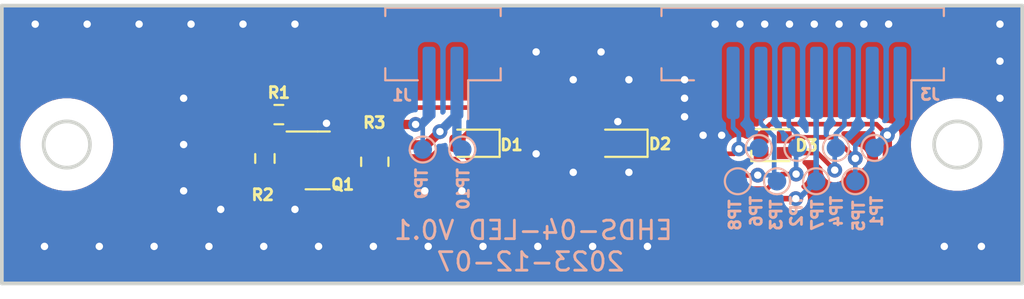
<source format=kicad_pcb>
(kicad_pcb (version 20221018) (generator pcbnew)
  (title_block (title "EHDS-04-LED ") (date "2023-12-23") (rev "V0.1") (company "奥瓦机器人") (comment 1 "55x15x1.6mm 白字绿油，无铅喷锡"))
  (layers (0 "F.Cu" signal) (31 "B.Cu" signal) (34 "B.Paste" user) (35 "F.Paste" user) (36 "B.SilkS" user "B.Silkscreen") (37 "F.SilkS" user "F.Silkscreen") (38 "B.Mask" user) (39 "F.Mask" user) (44 "Edge.Cuts" user))
  (net 0 "")
  (net 1 "+3V3")
  (net 2 "GND")
  (net 3 "/IR_OUT")
  (net 4 "/LED_RED")
  (net 5 "/LED_BLUE")
  (net 6 "/CHG_DONE_LED")
  (net 7 "/CHG_ON_LED")
  (net 8 "+24V")
  (net 9 "Net-(J1-Pin_1)")
  (net 10 "Net-(J1-Pin_2)")
  (net 11 "Net-(Q1-G)")
  (footprint "Resistor_SMD:R_0805_2012Metric" (layer "F.Cu") (at 150.303 83.4305 90)
    (fp_text reference "R3" (at 2.1125 -0.024 180) (layer "F.SilkS") (effects (font (size 0.6 0.6))))
    (fp_text value "200R/1%")
    (fp_line (start -0.227064 -0.735) (end 0.227064 -0.735) (stroke (width 0.12)) (layer "F.SilkS"))
    (fp_line (start -0.227064 0.735) (end 0.227064 0.735) (stroke (width 0.12)) (layer "F.SilkS"))
    (pad "1" smd roundrect (at -0.9125 0 90) (size 1.025 1.4) (layers "F.Cu" "F.Paste" "F.Mask") (roundrect_rratio 0.243902439) (net 8 "+24V"))
    (pad "2" smd roundrect (at 0.9125 0 90) (size 1.025 1.4) (layers "F.Cu" "F.Paste" "F.Mask") (roundrect_rratio 0.243902439) (net 9 "Net-(J1-Pin_1)"))
  )
  (footprint "Package_TO_SOT_SMD:SOT-23" (layer "F.Cu") (at 147.226 83.3565)
    (fp_text reference "Q1" (at 1.349 1.3025) (layer "F.SilkS") (effects (font (size 0.6 0.6))))
    (fp_text value "CJ2310")
    (fp_line (start 0 -1.56) (end -1.675 -1.56) (stroke (width 0.12)) (layer "F.SilkS"))
    (fp_line (start 0 -1.56) (end 0.65 -1.56) (stroke (width 0.12)) (layer "F.SilkS"))
    (fp_line (start 0 1.56) (end -0.65 1.56) (stroke (width 0.12)) (layer "F.SilkS"))
    (fp_line (start 0 1.56) (end 0.65 1.56) (stroke (width 0.12)) (layer "F.SilkS"))
    (pad "1" smd roundrect (at -0.9375 -0.95) (size 1.475 0.6) (layers "F.Cu" "F.Paste" "F.Mask") (net 11 "Net-(Q1-G)"))
    (pad "2" smd roundrect (at -0.9375 0.95) (size 1.475 0.6) (layers "F.Cu" "F.Paste" "F.Mask") (net 2 "GND"))
    (pad "3" smd roundrect (at 0.9375 0) (size 1.475 0.6) (layers "F.Cu" "F.Paste" "F.Mask") (net 10 "Net-(J1-Pin_2)"))
  )
  (footprint "Ovo_LED_SMD:LED_Dual_1.6x1.5mm" (layer "F.Cu") (at 171.75 82.535 180)
    (fp_text reference "D3" (at -1.825 -0.016 unlocked) (layer "F.SilkS") (effects (font (size 0.6 0.6))))
    (fp_text value "LED_Dual_KAK_YELLOW_GREEN")
    (fp_line (start -0.91 -0.86) (end 1.15 -0.86) (stroke (width 0.12)) (layer "F.SilkS"))
    (fp_line (start -0.91 0.86) (end 0.91 0.86) (stroke (width 0.12)) (layer "F.SilkS"))
    (fp_line (start 1.15 -0.86) (end 1.15 -0.3) (stroke (width 0.12)) (layer "F.SilkS"))
    (pad "1" smd rect (at -0.625 0.425 180) (size 0.8 0.65) (layers "F.Cu" "F.Paste" "F.Mask") (net 7 "/CHG_ON_LED"))
    (pad "2" smd rect (at 0.625 0.425 180) (size 0.8 0.65) (layers "F.Cu" "F.Paste" "F.Mask") (net 8 "+24V"))
    (pad "3" smd rect (at -0.625 -0.425 180) (size 0.8 0.65) (layers "F.Cu" "F.Paste" "F.Mask") (net 6 "/CHG_DONE_LED"))
    (pad "4" smd rect (at 0.625 -0.425 180) (size 0.8 0.65) (layers "F.Cu" "F.Paste" "F.Mask"))
  )
  (footprint "Resistor_SMD:R_0603_1608Metric" (layer "F.Cu") (at 144.381 83.2525 -90)
    (fp_text reference "R2" (at 1.9645 0.119 -180) (layer "F.SilkS") (effects (font (size 0.6 0.6))))
    (fp_text value "10K/1%")
    (fp_line (start -0.237258 -0.5225) (end 0.237258 -0.5225) (stroke (width 0.12)) (layer "F.SilkS"))
    (fp_line (start -0.237258 0.5225) (end 0.237258 0.5225) (stroke (width 0.12)) (layer "F.SilkS"))
    (pad "1" smd roundrect (at -0.825 0 270) (size 0.8 0.95) (layers "F.Cu" "F.Paste" "F.Mask") (net 11 "Net-(Q1-G)"))
    (pad "2" smd roundrect (at 0.825 0 270) (size 0.8 0.95) (layers "F.Cu" "F.Paste" "F.Mask") (net 2 "GND"))
  )
  (footprint "LED_SMD:LED_0603_1608Metric" (layer "F.Cu") (at 163.521 82.43 180)
    (fp_text reference "D2" (at -2.156 -0.04) (layer "F.SilkS") (effects (font (size 0.6 0.6))))
    (fp_text value "RED")
    (fp_line (start -1.485 -0.735) (end -1.485 0.735) (stroke (width 0.12)) (layer "F.SilkS"))
    (fp_line (start -1.485 0.735) (end 0.8 0.735) (stroke (width 0.12)) (layer "F.SilkS"))
    (fp_line (start 0.8 -0.735) (end -1.485 -0.735) (stroke (width 0.12)) (layer "F.SilkS"))
    (pad "1" smd roundrect (at -0.7875 0 180) (size 0.875 0.95) (layers "F.Cu" "F.Paste" "F.Mask") (net 4 "/LED_RED"))
    (pad "2" smd roundrect (at 0.7875 0 180) (size 0.875 0.95) (layers "F.Cu" "F.Paste" "F.Mask") (net 1 "+3V3"))
  )
  (footprint "LED_SMD:LED_0603_1608Metric" (layer "F.Cu") (at 155.549 82.43 180)
    (fp_text reference "D1" (at -2.123 -0.094) (layer "F.SilkS") (effects (font (size 0.6 0.6))))
    (fp_text value "BLUE")
    (fp_line (start -1.485 -0.735) (end -1.485 0.735) (stroke (width 0.12)) (layer "F.SilkS"))
    (fp_line (start -1.485 0.735) (end 0.8 0.735) (stroke (width 0.12)) (layer "F.SilkS"))
    (fp_line (start 0.8 -0.735) (end -1.485 -0.735) (stroke (width 0.12)) (layer "F.SilkS"))
    (pad "1" smd roundrect (at -0.7875 0 180) (size 0.875 0.95) (layers "F.Cu" "F.Paste" "F.Mask") (net 5 "/LED_BLUE"))
    (pad "2" smd roundrect (at 0.7875 0 180) (size 0.875 0.95) (layers "F.Cu" "F.Paste" "F.Mask") (net 1 "+3V3"))
  )
  (footprint "Resistor_SMD:R_0603_1608Metric" (layer "F.Cu") (at 145.132 80.8835 180)
    (fp_text reference "R1" (at 0.001 1.1825) (layer "F.SilkS") (effects (font (size 0.6 0.6))))
    (fp_text value "1K")
    (fp_line (start -0.237258 -0.5225) (end 0.237258 -0.5225) (stroke (width 0.12)) (layer "F.SilkS"))
    (fp_line (start -0.237258 0.5225) (end 0.237258 0.5225) (stroke (width 0.12)) (layer "F.SilkS"))
    (pad "1" smd roundrect (at -0.825 0 180) (size 0.8 0.95) (layers "F.Cu" "F.Paste" "F.Mask") (net 3 "/IR_OUT"))
    (pad "2" smd roundrect (at 0.825 0 180) (size 0.8 0.95) (layers "F.Cu" "F.Paste" "F.Mask") (net 11 "Net-(Q1-G)"))
  )
  (footprint "Ovo_Connector_JST:JST_ZH_B2B-ZR-SM4-TF_1x02-1MP_P1.50mm_Vertical" (layer "B.Cu") (at 153.979 78.471 180)
    (fp_text reference "J1" (at 2.21 -1.367) (layer "B.SilkS") (effects (font (size 0.6 0.6)) (justify mirror)))
    (fp_text value "ZH1.5MM/2ASMT")
    (fp_line (start -3.11 -0.56) (end -1.36 -0.56) (stroke (width 0.12)) (layer "B.SilkS"))
    (fp_line (start -3.11 0.09) (end -3.11 -0.56) (stroke (width 0.12)) (layer "B.SilkS"))
    (fp_line (start -3.11 2.91) (end -3.11 3.36) (stroke (width 0.12)) (layer "B.SilkS"))
    (fp_line (start -3.11 3.36) (end 3.11 3.36) (stroke (width 0.12)) (layer "B.SilkS"))
    (fp_line (start -1.36 -0.56) (end -1.36 -2.65) (stroke (width 0.12)) (layer "B.SilkS"))
    (fp_line (start 3.11 -0.56) (end 1.36 -0.56) (stroke (width 0.12)) (layer "B.SilkS"))
    (fp_line (start 3.11 0.09) (end 3.11 -0.56) (stroke (width 0.12)) (layer "B.SilkS"))
    (fp_line (start 3.11 3.36) (end 3.11 2.91) (stroke (width 0.12)) (layer "B.SilkS"))
    (pad "1" smd roundrect (at -0.75 -0.7 180) (size 0.7 3.9) (layers "B.Cu" "B.Paste" "B.Mask") (net 9 "Net-(J1-Pin_1)"))
    (pad "2" smd roundrect (at 0.75 -0.7 180) (size 0.7 3.9) (layers "B.Cu" "B.Paste" "B.Mask") (net 10 "Net-(J1-Pin_2)"))
    (pad "MP" smd roundrect (at -2.8 1.5 180) (size 1.5 2.3) (layers "B.Cu" "B.Paste" "B.Mask") (roundrect_rratio 0.1666673333) (net 2 "GND"))
    (pad "MP" smd roundrect (at 2.8 1.5 180) (size 1.5 2.3) (layers "B.Cu" "B.Paste" "B.Mask") (roundrect_rratio 0.1666673333) (net 2 "GND"))
  )
  (footprint "TestPoint:TestPoint_Pad_D1.0mm" (layer "B.Cu") (at 155.018 82.768 180)
    (fp_text reference "TP10" (at -0.057 -2.131715 90) (layer "B.SilkS") (effects (font (size 0.6 0.6)) (justify mirror)))
    (fp_text value "V24")
    (fp_circle (center 0 0) (end 0 -0.7) (stroke (width 0.12)) (fill none) (layer "B.SilkS"))
    (pad "1" smd circle (at 0 0 180) (size 1 1) (layers "B.Cu" "B.Mask") (net 9 "Net-(J1-Pin_1)"))
  )
  (footprint "TestPoint:TestPoint_Pad_D1.0mm" (layer "B.Cu") (at 171.982334 84.481 180)
    (fp_text reference "TP3" (at 0.036668 -1.826 90) (layer "B.SilkS") (effects (font (size 0.6 0.6)) (justify mirror)))
    (fp_text value "LED_RED")
    (fp_circle (center 0 0) (end 0 -0.7) (stroke (width 0.12)) (fill none) (layer "B.SilkS"))
    (pad "1" smd circle (at 0 0 180) (size 1 1) (layers "B.Cu" "B.Mask") (net 4 "/LED_RED"))
  )
  (footprint "TestPoint:TestPoint_Pad_D1.0mm" (layer "B.Cu") (at 177.237 82.684 180)
    (fp_text reference "TP1" (at -0.124 -3.425 90) (layer "B.SilkS") (effects (font (size 0.6 0.6)) (justify mirror)))
    (fp_text value "+24V")
    (fp_circle (center 0 0) (end 0 -0.7) (stroke (width 0.12)) (fill none) (layer "B.SilkS"))
    (pad "1" smd circle (at 0 0 180) (size 1 1) (layers "B.Cu" "B.Mask") (net 8 "+24V"))
  )
  (footprint "TestPoint:TestPoint_Pad_D1.0mm" (layer "B.Cu") (at 173.081666 82.684 180)
    (fp_text reference "TP2" (at 0.051333 -3.425 90) (layer "B.SilkS") (effects (font (size 0.6 0.6)) (justify mirror)))
    (fp_text value "LED_BLUE")
    (fp_circle (center 0 0) (end 0 -0.7) (stroke (width 0.12)) (fill none) (layer "B.SilkS"))
    (pad "1" smd circle (at 0 0 180) (size 1 1) (layers "B.Cu" "B.Mask") (net 5 "/LED_BLUE"))
  )
  (footprint "TestPoint:TestPoint_Pad_D1.0mm" (layer "B.Cu") (at 152.888 82.768 180)
    (fp_text reference "TP9" (at 0.059 -1.846 90) (layer "B.SilkS") (effects (font (size 0.6 0.6)) (justify mirror)))
    (fp_text value "LEDV24")
    (fp_circle (center 0 0) (end 0 -0.7) (stroke (width 0.12)) (fill none) (layer "B.SilkS"))
    (pad "1" smd circle (at 0 0 180) (size 1 1) (layers "B.Cu" "B.Mask") (net 10 "Net-(J1-Pin_2)"))
  )
  (footprint "TestPoint:TestPoint_Pad_D1.0mm" (layer "B.Cu") (at 176.203 84.481 180)
    (fp_text reference "TP5" (at -0.185998 -1.8772 90) (layer "B.SilkS") (effects (font (size 0.6 0.6)) (justify mirror)))
    (fp_text value "CHG_ON_LED")
    (fp_circle (center 0 0) (end 0 -0.7) (stroke (width 0.12)) (fill none) (layer "B.SilkS"))
    (pad "1" smd circle (at 0 0 180) (size 1 1) (layers "B.Cu" "B.Mask") (net 7 "/CHG_ON_LED"))
  )
  (footprint "TestPoint:TestPoint_Pad_D1.0mm" (layer "B.Cu") (at 171.004 82.684 180)
    (fp_text reference "TP6" (at 0.139 -3.425 90) (layer "B.SilkS") (effects (font (size 0.6 0.6)) (justify mirror)))
    (fp_text value "IR_OUT")
    (fp_circle (center 0 0) (end 0 -0.7) (stroke (width 0.12)) (fill none) (layer "B.SilkS"))
    (pad "1" smd circle (at 0 0 180) (size 1 1) (layers "B.Cu" "B.Mask") (net 3 "/IR_OUT"))
  )
  (footprint "TestPoint:TestPoint_Pad_D1.0mm" (layer "B.Cu") (at 169.872002 84.481 180)
    (fp_text reference "TP8" (at 0.148002 -1.826 90) (layer "B.SilkS") (effects (font (size 0.6 0.6)) (justify mirror)))
    (fp_text value "GND")
    (fp_circle (center 0 0) (end 0 -0.7) (stroke (width 0.12)) (fill none) (layer "B.SilkS"))
    (pad "1" smd circle (at 0 0 180) (size 1 1) (layers "B.Cu" "B.Mask") (net 2 "GND"))
  )
  (footprint "Ovo_Connector_JST:JST_ZH_B8B-ZR-SM4-TF_1x08-1MP_P1.50mm_Vertical" (layer "B.Cu") (at 173.366 78.471 180)
    (fp_text reference "J3" (at -6.867 -1.327) (layer "B.SilkS") (effects (font (size 0.6 0.6)) (justify mirror)))
    (fp_text value "ZH1.5MM/8ASMT")
    (fp_line (start -7.61 -0.56) (end -5.86 -0.56) (stroke (width 0.12)) (layer "B.SilkS"))
    (fp_line (start -7.61 0.09) (end -7.61 -0.56) (stroke (width 0.12)) (layer "B.SilkS"))
    (fp_line (start -7.61 2.91) (end -7.61 3.36) (stroke (width 0.12)) (layer "B.SilkS"))
    (fp_line (start -7.61 3.36) (end 7.61 3.36) (stroke (width 0.12)) (layer "B.SilkS"))
    (fp_line (start -5.86 -0.56) (end -5.86 -2.65) (stroke (width 0.12)) (layer "B.SilkS"))
    (fp_line (start 7.61 -0.56) (end 5.86 -0.56) (stroke (width 0.12)) (layer "B.SilkS"))
    (fp_line (start 7.61 0.09) (end 7.61 -0.56) (stroke (width 0.12)) (layer "B.SilkS"))
    (fp_line (start 7.61 3.36) (end 7.61 2.91) (stroke (width 0.12)) (layer "B.SilkS"))
    (pad "1" smd roundrect (at -5.25 -0.7 180) (size 0.7 3.9) (layers "B.Cu" "B.Paste" "B.Mask") (net 8 "+24V"))
    (pad "2" smd roundrect (at -3.75 -0.7 180) (size 0.7 3.9) (layers "B.Cu" "B.Paste" "B.Mask") (net 7 "/CHG_ON_LED"))
    (pad "3" smd roundrect (at -2.25 -0.7 180) (size 0.7 3.9) (layers "B.Cu" "B.Paste" "B.Mask") (net 6 "/CHG_DONE_LED"))
    (pad "4" smd roundrect (at -0.75 -0.7 180) (size 0.7 3.9) (layers "B.Cu" "B.Paste" "B.Mask") (net 1 "+3V3"))
    (pad "5" smd roundrect (at 0.75 -0.7 180) (size 0.7 3.9) (layers "B.Cu" "B.Paste" "B.Mask") (net 5 "/LED_BLUE"))
    (pad "6" smd roundrect (at 2.25 -0.7 180) (size 0.7 3.9) (layers "B.Cu" "B.Paste" "B.Mask") (net 4 "/LED_RED"))
    (pad "7" smd roundrect (at 3.75 -0.7 180) (size 0.7 3.9) (layers "B.Cu" "B.Paste" "B.Mask") (net 3 "/IR_OUT"))
    (pad "8" smd roundrect (at 5.25 -0.7 180) (size 0.7 3.9) (layers "B.Cu" "B.Paste" "B.Mask") (net 2 "GND"))
    (pad "MP" smd roundrect (at -7.3 1.5 180) (size 1.5 2.3) (layers "B.Cu" "B.Paste" "B.Mask") (roundrect_rratio 0.1666673333) (net 2 "GND"))
    (pad "MP" smd roundrect (at 7.3 1.5 180) (size 1.5 2.3) (layers "B.Cu" "B.Paste" "B.Mask") (roundrect_rratio 0.1666673333) (net 2 "GND"))
  )
  (footprint "TestPoint:TestPoint_Pad_D1.0mm" (layer "B.Cu") (at 174.092666 84.481 180)
    (fp_text reference "TP7" (at -0.074666 -1.826 90) (layer "B.SilkS") (effects (font (size 0.6 0.6)) (justify mirror)))
    (fp_text value "3V3")
    (fp_circle (center 0 0) (end 0 -0.7) (stroke (width 0.12)) (fill none) (layer "B.SilkS"))
    (pad "1" smd circle (at 0 0 180) (size 1 1) (layers "B.Cu" "B.Mask") (net 1 "+3V3"))
  )
  (footprint "TestPoint:TestPoint_Pad_D1.0mm" (layer "B.Cu") (at 175.159332 82.684 180)
    (fp_text reference "TP4" (at -0.036334 -3.425 90) (layer "B.SilkS") (effects (font (size 0.6 0.6)) (justify mirror)))
    (fp_text value "CHG_DONE_LED")
    (fp_circle (center 0 0) (end 0 -0.7) (stroke (width 0.12)) (fill none) (layer "B.SilkS"))
    (pad "1" smd circle (at 0 0 180) (size 1 1) (layers "B.Cu" "B.Mask") (net 6 "/CHG_DONE_LED"))
  )
  (gr_line (start 185.202 74.9992) (end 185.202 89.9992) (stroke (width 0.2)) (layer "Edge.Cuts"))
  (gr_line (start 130.202 89.9992) (end 130.202 74.9992) (stroke (width 0.2)) (layer "Edge.Cuts"))
  (gr_line (start 185.202 89.9992) (end 130.202 89.9992) (stroke (width 0.2)) (layer "Edge.Cuts"))
  (gr_circle (center 181.702 82.4992) (end 182.952 82.4992) (stroke (width 0.2)) (fill none) (layer "Edge.Cuts"))
  (gr_line (start 130.202 74.9992) (end 185.202 74.9992) (stroke (width 0.2)) (layer "Edge.Cuts"))
  (gr_circle (center 133.702 82.4992) (end 134.952 82.4992) (stroke (width 0.2)) (fill none) (layer "Edge.Cuts"))
  (gr_text "EHDS-04-LED V0.1" (at 158.851 87.127) (layer "B.SilkS") (effects (font (size 1 1)) (justify mirror)))
  (gr_text "2023-12-07" (at 158.6986 88.8288) (layer "B.SilkS") (effects (font (size 1 1)) (justify mirror)))
  (segment (start 162.7335 82.43) (end 161.8175 81.514) (width 0.3) (layer "F.Cu") (net 1))
  (segment (start 161.8175 81.514) (end 155.6775 81.514) (width 0.3) (layer "F.Cu") (net 1))
  (segment (start 155.6775 81.514) (end 154.7615 82.43) (width 0.3) (layer "F.Cu") (net 1))
  (segment (start 154.7615 82.6515) (end 154.7615 82.43) (width 0.25) (layer "F.Cu") (net 1))
  (segment (start 172.994 85.422) (end 157.532 85.422) (width 0.3) (layer "F.Cu") (net 1))
  (segment (start 157.532 85.422) (end 154.7615 82.6515) (width 0.3) (layer "F.Cu") (net 1))
  (via (at 172.994 85.422) (size 0.8) (drill 0.4) (layers "F.Cu" "B.Cu") (net 1))
  (segment (start 173.151666 85.422) (end 174.092666 84.481) (width 0.3) (layer "B.Cu") (net 1))
  (segment (start 174.092666 79.194334) (end 174.092666 84.481) (width 0.3) (layer "B.Cu") (net 1))
  (segment (start 172.994 85.422) (end 173.151666 85.422) (width 0.25) (layer "B.Cu") (net 1))
  (segment (start 174.116 79.171) (end 174.092666 79.194334) (width 0.25) (layer "B.Cu") (net 1))
  (via (at 167 81) (size 0.8) (drill 0.4) (layers "F.Cu" "B.Cu") (net 2))
  (via (at 181 88) (size 0.8) (drill 0.4) (layers "F.Cu" "B.Cu") (net 2))
  (via (at 167 79) (size 0.8) (drill 0.4) (layers "F.Cu" "B.Cu") (net 2))
  (via (at 175.328 76) (size 0.8) (drill 0.4) (layers "F.Cu" "B.Cu") (net 2))
  (via (at 147.272725 88) (size 0.8) (drill 0.4) (layers "F.Cu" "B.Cu") (net 2))
  (via (at 176.664 76) (size 0.8) (drill 0.4) (layers "F.Cu" "B.Cu") (net 2))
  (via (at 165 88) (size 0.8) (drill 0.4) (layers "F.Cu" "B.Cu") (net 2))
  (via (at 164 84) (size 0.8) (drill 0.4) (layers "F.Cu" "B.Cu") (net 2))
  (via (at 132.5 88) (size 0.8) (drill 0.4) (layers "F.Cu" "B.Cu") (net 2))
  (via (at 162.5 77.5) (size 0.8) (drill 0.4) (layers "F.Cu" "B.Cu") (net 2))
  (via (at 183 88) (size 0.8) (drill 0.4) (layers "F.Cu" "B.Cu") (net 2))
  (via (at 146 86) (size 0.8) (drill 0.4) (layers "F.Cu" "B.Cu") (net 2))
  (via (at 132 76) (size 0.8) (drill 0.4) (layers "F.Cu" "B.Cu") (net 2))
  (via (at 171.32 76) (size 0.8) (drill 0.4) (layers "F.Cu" "B.Cu") (net 2))
  (via (at 135.454545 88) (size 0.8) (drill 0.4) (layers "F.Cu" "B.Cu") (net 2))
  (via (at 137.6 76) (size 0.8) (drill 0.4) (layers "F.Cu" "B.Cu") (net 2))
  (via (at 150.22727 88) (size 0.8) (drill 0.4) (layers "F.Cu" "B.Cu") (net 2))
  (via (at 169.984 76) (size 0.8) (drill 0.4) (layers "F.Cu" "B.Cu") (net 2))
  (via (at 159.090905 88) (size 0.8) (drill 0.4) (layers "F.Cu" "B.Cu") (net 2))
  (via (at 168.648 76) (size 0.8) (drill 0.4) (layers "F.Cu" "B.Cu") (net 2))
  (via (at 153.181815 88) (size 0.8) (drill 0.4) (layers "F.Cu" "B.Cu") (net 2))
  (via (at 146 76) (size 0.8) (drill 0.4) (layers "F.Cu" "B.Cu") (net 2))
  (via (at 140 80) (size 0.8) (drill 0.4) (layers "F.Cu" "B.Cu") (net 2))
  (via (at 147.699 81.353) (size 0.8) (drill 0.4) (layers "F.Cu" "B.Cu") (net 2))
  (via (at 155 85) (size 0.8) (drill 0.4) (layers "F.Cu" "B.Cu") (net 2))
  (via (at 138.40909 88) (size 0.8) (drill 0.4) (layers "F.Cu" "B.Cu") (net 2))
  (via (at 159 77.5) (size 0.8) (drill 0.4) (layers "F.Cu" "B.Cu") (net 2))
  (via (at 140 82.5) (size 0.8) (drill 0.4) (layers "F.Cu" "B.Cu") (net 2))
  (via (at 184 76) (size 0.8) (drill 0.4) (layers "F.Cu" "B.Cu") (net 2))
  (via (at 184 78) (size 0.8) (drill 0.4) (layers "F.Cu" "B.Cu") (net 2))
  (via (at 159 83) (size 0.8) (drill 0.4) (layers "F.Cu" "B.Cu") (net 2))
  (via (at 167 80) (size 0.8) (drill 0.4) (layers "F.Cu" "B.Cu") (net 2))
  (via (at 161 84) (size 0.8) (drill 0.4) (layers "F.Cu" "B.Cu") (net 2))
  (via (at 141.363635 88) (size 0.8) (drill 0.4) (layers "F.Cu" "B.Cu") (net 2))
  (via (at 163.403 81.261) (size 0.8) (drill 0.4) (layers "F.Cu" "B.Cu") (net 2))
  (via (at 162.04545 88) (size 0.8) (drill 0.4) (layers "F.Cu" "B.Cu") (net 2))
  (via (at 140 85) (size 0.8) (drill 0.4) (layers "F.Cu" "B.Cu") (net 2))
  (via (at 168 82) (size 0.8) (drill 0.4) (layers "F.Cu" "B.Cu") (net 2))
  (via (at 169 82) (size 0.8) (drill 0.4) (layers "F.Cu" "B.Cu") (net 2))
  (via (at 134.8 76) (size 0.8) (drill 0.4) (layers "F.Cu" "B.Cu") (net 2))
  (via (at 178 76) (size 0.8) (drill 0.4) (layers "F.Cu" "B.Cu") (net 2))
  (via (at 153 85) (size 0.8) (drill 0.4) (layers "F.Cu" "B.Cu") (net 2))
  (via (at 143.2 76) (size 0.8) (drill 0.4) (layers "F.Cu" "B.Cu") (net 2))
  (via (at 184 80) (size 0.8) (drill 0.4) (layers "F.Cu" "B.Cu") (net 2))
  (via (at 144.31818 88) (size 0.8) (drill 0.4) (layers "F.Cu" "B.Cu") (net 2))
  (via (at 173.992 76) (size 0.8) (drill 0.4) (layers "F.Cu" "B.Cu") (net 2))
  (via (at 140.4 76) (size 0.8) (drill 0.4) (layers "F.Cu" "B.Cu") (net 2))
  (via (at 172.656 76) (size 0.8) (drill 0.4) (layers "F.Cu" "B.Cu") (net 2))
  (via (at 161 79) (size 0.8) (drill 0.4) (layers "F.Cu" "B.Cu") (net 2))
  (via (at 142 86) (size 0.8) (drill 0.4) (layers "F.Cu" "B.Cu") (net 2))
  (via (at 156.13636 88) (size 0.8) (drill 0.4) (layers "F.Cu" "B.Cu") (net 2))
  (via (at 164 79) (size 0.8) (drill 0.4) (layers "F.Cu" "B.Cu") (net 2))
  (segment (start 169.663 83) (end 166.992 83) (width 0.25) (layer "F.Cu") (net 3))
  (segment (start 146.3365 80.504) (end 145.957 80.8835) (width 0.25) (layer "F.Cu") (net 3))
  (segment (start 169.927 82.736) (end 169.663 83) (width 0.25) (layer "F.Cu") (net 3))
  (segment (start 166.992 83) (end 164.496 80.504) (width 0.25) (layer "F.Cu") (net 3))
  (segment (start 164.496 80.504) (end 146.3365 80.504) (width 0.25) (layer "F.Cu") (net 3))
  (via (at 169.927 82.736) (size 0.8) (drill 0.4) (layers "F.Cu" "B.Cu") (net 3))
  (segment (start 170.952 82.736) (end 171.004 82.684) (width 0.25) (layer "B.Cu") (net 3))
  (segment (start 169.927 82.736) (end 170.952 82.736) (width 0.25) (layer "B.Cu") (net 3))
  (segment (start 169.616 81.598) (end 169.616 79.171) (width 0.25) (layer "B.Cu") (net 3))
  (segment (start 169.927 82.736) (end 169.927 81.909) (width 0.25) (layer "B.Cu") (net 3))
  (segment (start 169.927 81.909) (end 169.616 81.598) (width 0.25) (layer "B.Cu") (net 3))
  (segment (start 165.15 82.43) (end 166.893 84.173) (width 0.25) (layer "F.Cu") (net 4))
  (segment (start 164.3085 82.43) (end 165.15 82.43) (width 0.25) (layer "F.Cu") (net 4))
  (segment (start 166.893 84.173) (end 170.927 84.173) (width 0.25) (layer "F.Cu") (net 4))
  (via (at 170.945 84.155) (size 0.8) (drill 0.4) (layers "F.Cu" "B.Cu") (net 4))
  (segment (start 171.656334 84.155) (end 171.982334 84.481) (width 0.25) (layer "B.Cu") (net 4))
  (segment (start 171.116 81.374) (end 171.829 82.087) (width 0.25) (layer "B.Cu") (net 4))
  (segment (start 171.829 82.087) (end 171.829 84.327666) (width 0.25) (layer "B.Cu") (net 4))
  (segment (start 171.829 84.327666) (end 171.982334 84.481) (width 0.25) (layer "B.Cu") (net 4))
  (segment (start 171.116 79.171) (end 171.116 81.374) (width 0.25) (layer "B.Cu") (net 4))
  (segment (start 170.945 84.155) (end 171.656334 84.155) (width 0.25) (layer "B.Cu") (net 4))
  (segment (start 172.247469 84.096531) (end 173.012426 84.096531) (width 0.25) (layer "F.Cu") (net 5))
  (segment (start 156.3365 82.43) (end 156.3365 82.8785) (width 0.25) (layer "F.Cu") (net 5))
  (segment (start 158.338 84.88) (end 171.464 84.88) (width 0.25) (layer "F.Cu") (net 5))
  (segment (start 156.3365 82.8785) (end 158.338 84.88) (width 0.25) (layer "F.Cu") (net 5))
  (segment (start 171.464 84.88) (end 172.247469 84.096531) (width 0.25) (layer "F.Cu") (net 5))
  (via (at 173.012426 84.096531) (size 0.8) (drill 0.4) (layers "F.Cu" "B.Cu") (net 5))
  (segment (start 172.616 81.468) (end 173.081666 81.933666) (width 0.25) (layer "B.Cu") (net 5))
  (segment (start 173.012426 82.75324) (end 173.081666 82.684) (width 0.25) (layer "B.Cu") (net 5))
  (segment (start 172.616 79.171) (end 172.616 81.468) (width 0.25) (layer "B.Cu") (net 5))
  (segment (start 173.012426 84.096531) (end 173.012426 82.75324) (width 0.25) (layer "B.Cu") (net 5))
  (segment (start 173.081666 81.933666) (end 173.081666 82.684) (width 0.25) (layer "B.Cu") (net 5))
  (segment (start 172.375 82.96) (end 174.172 82.96) (width 0.25) (layer "F.Cu") (net 6))
  (segment (start 174.172 82.96) (end 175.094 83.882) (width 0.25) (layer "F.Cu") (net 6))
  (via (at 175.094 83.882) (size 0.8) (drill 0.4) (layers "F.Cu" "B.Cu") (net 6))
  (segment (start 175.616 81.459) (end 175.159332 81.915668) (width 0.25) (layer "B.Cu") (net 6))
  (segment (start 175.159332 81.915668) (end 175.159332 82.684) (width 0.25) (layer "B.Cu") (net 6))
  (segment (start 175.616 79.171) (end 175.616 81.459) (width 0.25) (layer "B.Cu") (net 6))
  (segment (start 175.094 82.749332) (end 175.159332 82.684) (width 0.25) (layer "B.Cu") (net 6))
  (segment (start 175.094 83.882) (end 175.094 82.749332) (width 0.25) (layer "B.Cu") (net 6))
  (segment (start 175.066 82.11) (end 172.375 82.11) (width 0.25) (layer "F.Cu") (net 7))
  (segment (start 176.203 83.247) (end 175.066 82.11) (width 0.25) (layer "F.Cu") (net 7))
  (via (at 176.203 83.247) (size 0.8) (drill 0.4) (layers "F.Cu" "B.Cu") (net 7))
  (segment (start 177.116 79.171) (end 177.116 81.638273) (width 0.25) (layer "B.Cu") (net 7))
  (segment (start 176.203 82.551273) (end 176.203 84.481) (width 0.25) (layer "B.Cu") (net 7))
  (segment (start 177.116 81.638273) (end 176.203 82.551273) (width 0.25) (layer "B.Cu") (net 7))
  (segment (start 152.915 86.955) (end 150.303 84.343) (width 0.5) (layer "F.Cu") (net 8))
  (segment (start 171.614 81.399) (end 171.125 81.888) (width 0.25) (layer "F.Cu") (net 8))
  (segment (start 177.931 81.99) (end 177.931 85.061) (width 0.5) (layer "F.Cu") (net 8))
  (segment (start 171.125 81.888) (end 171.125 82.11) (width 0.25) (layer "F.Cu") (net 8))
  (segment (start 177.34 81.399) (end 171.614 81.399) (width 0.25) (layer "F.Cu") (net 8))
  (segment (start 176.037 86.955) (end 152.915 86.955) (width 0.5) (layer "F.Cu") (net 8))
  (segment (start 177.931 85.061) (end 176.037 86.955) (width 0.5) (layer "F.Cu") (net 8))
  (segment (start 177.931 81.99) (end 177.34 81.399) (width 0.25) (layer "F.Cu") (net 8))
  (via (at 177.931 81.99) (size 0.8) (drill 0.4) (layers "F.Cu" "B.Cu") (net 8))
  (segment (start 178.616 81.305) (end 177.237 82.684) (width 0.5) (layer "B.Cu") (net 8))
  (segment (start 178.616 79.171) (end 178.616 81.305) (width 0.5) (layer "B.Cu") (net 8))
  (segment (start 153.097786 82.518) (end 150.303 82.518) (width 0.5) (layer "F.Cu") (net 9))
  (segment (start 153.81386 81.801926) (end 153.097786 82.518) (width 0.5) (layer "F.Cu") (net 9))
  (via (at 153.81386 81.801926) (size 0.8) (drill 0.4) (layers "F.Cu" "B.Cu") (net 9))
  (segment (start 154.729 79.171) (end 154.729 82.479) (width 0.5) (layer "B.Cu") (net 9))
  (segment (start 153.81386 81.801926) (end 154.729 80.886786) (width 0.5) (layer "B.Cu") (net 9))
  (segment (start 154.729 80.886786) (end 154.729 79.171) (width 0.5) (layer "B.Cu") (net 9))
  (segment (start 154.729 82.479) (end 155.018 82.768) (width 0.5) (layer "B.Cu") (net 9))
  (segment (start 148.1635 82.6885) (end 148.1635 83.3565) (width 0.5) (layer "F.Cu") (net 10))
  (segment (start 152.501 81.415) (end 149.437 81.415) (width 0.5) (layer "F.Cu") (net 10))
  (segment (start 149.437 81.415) (end 148.1635 82.6885) (width 0.5) (layer "F.Cu") (net 10))
  (via (at 152.501 81.415) (size 0.8) (drill 0.4) (layers "F.Cu" "B.Cu") (net 10))
  (segment (start 153.229 80.687) (end 153.229 79.171) (width 0.25) (layer "B.Cu") (net 10))
  (segment (start 152.888 81.331) (end 152.888 82.768) (width 0.25) (layer "B.Cu") (net 10))
  (segment (start 153.229 80.99) (end 152.888 81.331) (width 0.25) (layer "B.Cu") (net 10))
  (segment (start 153.229 80.99) (end 153.229 80.687) (width 0.5) (layer "B.Cu") (net 10))
  (segment (start 152.501 81.415) (end 152.804 81.415) (width 0.5) (layer "B.Cu") (net 10))
  (segment (start 152.804 81.415) (end 153.229 80.99) (width 0.5) (layer "B.Cu") (net 10))
  (segment (start 153.229 79.171) (end 153.229 80.99) (width 0.25) (layer "B.Cu") (net 10))
  (segment (start 144.402 82.4065) (end 144.381 82.4275) (width 0.25) (layer "F.Cu") (net 11))
  (segment (start 144.307 82.3535) (end 144.381 82.4275) (width 0.25) (layer "F.Cu") (net 11))
  (segment (start 146.2885 82.4065) (end 144.402 82.4065) (width 0.25) (layer "F.Cu") (net 11))
  (segment (start 144.307 80.8835) (end 144.307 82.3535) (width 0.25) (layer "F.Cu") (net 11))
  (zone (net 0) (net_name "") (layers "F&B.Cu") (connect_pads (clearance 0)) (min_thickness 0.254)
    (keepout (tracks not_allowed) (vias not_allowed) (pads not_allowed) (copperpour not_allowed) (footprints not_allowed))
    (fill (thermal_gap 0.508) (thermal_bridge_width 0.508))
    (polygon (pts (xy 184.206943 82.4992) (xy 184.187191 82.185247) (xy 184.128246 81.876246) (xy 184.031037 81.577069) (xy 183.897098 81.292435) (xy 183.728541 81.026831) (xy 183.528025 80.784449) (xy 183.298711 80.569108) (xy 183.044216 80.384207) (xy 182.768553 80.23266) (xy 182.47607 80.116858) (xy 182.17138 80.038626) (xy 181.859287 79.9992) (xy 181.544713 79.9992) (xy 181.23262 80.038626) (xy 180.92793 80.116858) (xy 180.635447 80.23266) (xy 180.359784 80.384207) (xy 180.105289 80.569108) (xy 179.875975 80.784449) (xy 179.675459 81.026831) (xy 179.506902 81.292435) (xy 179.372963 81.577069) (xy 179.275754 81.876246) (xy 179.216809 82.185247) (xy 179.197057 82.4992) (xy 179.216809 82.813153) (xy 179.275754 83.122154) (xy 179.372963 83.421331) (xy 179.506902 83.705965) (xy 179.675459 83.971569) (xy 179.875975 84.213951) (xy 180.105289 84.429292) (xy 180.359784 84.614193) (xy 180.635447 84.76574) (xy 180.92793 84.881542) (xy 181.23262 84.959774) (xy 181.544713 84.9992) (xy 181.859287 84.9992) (xy 182.17138 84.959774) (xy 182.47607 84.881542) (xy 182.768553 84.76574) (xy 183.044216 84.614193) (xy 183.298711 84.429292) (xy 183.528025 84.213951) (xy 183.728541 83.971569) (xy 183.897098 83.705965) (xy 184.031037 83.421331) (xy 184.128246 83.122154) (xy 184.187191 82.813153)))
  )
  (zone (net 0) (net_name "") (layers "F&B.Cu") (connect_pads (clearance 0)) (min_thickness 0.254)
    (keepout (tracks not_allowed) (vias not_allowed) (pads not_allowed) (copperpour not_allowed) (footprints not_allowed))
    (fill (thermal_gap 0.508) (thermal_bridge_width 0.508))
    (polygon (pts (xy 136.206943 82.4992) (xy 136.187191 82.185247) (xy 136.128246 81.876246) (xy 136.031037 81.577069) (xy 135.897098 81.292435) (xy 135.728541 81.026831) (xy 135.528025 80.784449) (xy 135.298711 80.569108) (xy 135.044216 80.384207) (xy 134.768553 80.23266) (xy 134.47607 80.116858) (xy 134.17138 80.038626) (xy 133.859287 79.9992) (xy 133.544713 79.9992) (xy 133.23262 80.038626) (xy 132.92793 80.116858) (xy 132.635447 80.23266) (xy 132.359784 80.384207) (xy 132.105289 80.569108) (xy 131.875975 80.784449) (xy 131.675459 81.026831) (xy 131.506902 81.292435) (xy 131.372963 81.577069) (xy 131.275754 81.876246) (xy 131.216809 82.185247) (xy 131.197057 82.4992) (xy 131.216809 82.813153) (xy 131.275754 83.122154) (xy 131.372963 83.421331) (xy 131.506902 83.705965) (xy 131.675459 83.971569) (xy 131.875975 84.213951) (xy 132.105289 84.429292) (xy 132.359784 84.614193) (xy 132.635447 84.76574) (xy 132.92793 84.881542) (xy 133.23262 84.959774) (xy 133.544713 84.9992) (xy 133.859287 84.9992) (xy 134.17138 84.959774) (xy 134.47607 84.881542) (xy 134.768553 84.76574) (xy 135.044216 84.614193) (xy 135.298711 84.429292) (xy 135.528025 84.213951) (xy 135.728541 83.971569) (xy 135.897098 83.705965) (xy 136.031037 83.421331) (xy 136.128246 83.122154) (xy 136.187191 82.813153)))
  )
  (zone (net 2) (net_name "GND") (layers "F&B.Cu") (connect_pads thru_hole_only (clearance 0.254)) (min_thickness 0.254) (fill yes (thermal_gap 0.508) (thermal_bridge_width 0.508))
    (polygon (pts (xy 185.2168 89.9922) (xy 130.2258 89.9922) (xy 130.2258 74.9808) (xy 185.2168 74.9808)))
  )
)
</source>
